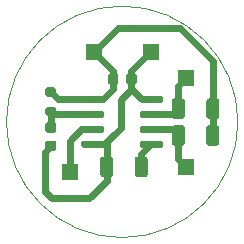
<source format=gbr>
%TF.GenerationSoftware,KiCad,Pcbnew,7.0.8*%
%TF.CreationDate,2024-02-27T02:32:04+02:00*%
%TF.ProjectId,AS5600,41533536-3030-42e6-9b69-6361645f7063,rev?*%
%TF.SameCoordinates,Original*%
%TF.FileFunction,Copper,L1,Top*%
%TF.FilePolarity,Positive*%
%FSLAX46Y46*%
G04 Gerber Fmt 4.6, Leading zero omitted, Abs format (unit mm)*
G04 Created by KiCad (PCBNEW 7.0.8) date 2024-02-27 02:32:04*
%MOMM*%
%LPD*%
G01*
G04 APERTURE LIST*
%TA.AperFunction,ComponentPad*%
%ADD10R,1.350000X1.350000*%
%TD*%
%TA.AperFunction,Conductor*%
%ADD11C,0.600000*%
%TD*%
%TA.AperFunction,Profile*%
%ADD12C,0.100000*%
%TD*%
G04 APERTURE END LIST*
%TA.AperFunction,SMDPad,CuDef*%
G36*
G01*
X142879400Y-112948000D02*
X143429400Y-112948000D01*
G75*
G02*
X143629400Y-113148000I0J-200000D01*
G01*
X143629400Y-113548000D01*
G75*
G02*
X143429400Y-113748000I-200000J0D01*
G01*
X142879400Y-113748000D01*
G75*
G02*
X142679400Y-113548000I0J200000D01*
G01*
X142679400Y-113148000D01*
G75*
G02*
X142879400Y-112948000I200000J0D01*
G01*
G37*
%TD.AperFunction*%
%TA.AperFunction,SMDPad,CuDef*%
G36*
G01*
X142879400Y-114598000D02*
X143429400Y-114598000D01*
G75*
G02*
X143629400Y-114798000I0J-200000D01*
G01*
X143629400Y-115198000D01*
G75*
G02*
X143429400Y-115398000I-200000J0D01*
G01*
X142879400Y-115398000D01*
G75*
G02*
X142679400Y-115198000I0J200000D01*
G01*
X142679400Y-114798000D01*
G75*
G02*
X142879400Y-114598000I200000J0D01*
G01*
G37*
%TD.AperFunction*%
%TA.AperFunction,SMDPad,CuDef*%
G36*
G01*
X145749650Y-114132250D02*
X145749650Y-113832250D01*
G75*
G02*
X145899650Y-113682250I150000J0D01*
G01*
X147549650Y-113682250D01*
G75*
G02*
X147699650Y-113832250I0J-150000D01*
G01*
X147699650Y-114132250D01*
G75*
G02*
X147549650Y-114282250I-150000J0D01*
G01*
X145899650Y-114282250D01*
G75*
G02*
X145749650Y-114132250I0J150000D01*
G01*
G37*
%TD.AperFunction*%
%TA.AperFunction,SMDPad,CuDef*%
G36*
G01*
X145749650Y-115402250D02*
X145749650Y-115102250D01*
G75*
G02*
X145899650Y-114952250I150000J0D01*
G01*
X147549650Y-114952250D01*
G75*
G02*
X147699650Y-115102250I0J-150000D01*
G01*
X147699650Y-115402250D01*
G75*
G02*
X147549650Y-115552250I-150000J0D01*
G01*
X145899650Y-115552250D01*
G75*
G02*
X145749650Y-115402250I0J150000D01*
G01*
G37*
%TD.AperFunction*%
%TA.AperFunction,SMDPad,CuDef*%
G36*
G01*
X145749650Y-116672250D02*
X145749650Y-116372250D01*
G75*
G02*
X145899650Y-116222250I150000J0D01*
G01*
X147549650Y-116222250D01*
G75*
G02*
X147699650Y-116372250I0J-150000D01*
G01*
X147699650Y-116672250D01*
G75*
G02*
X147549650Y-116822250I-150000J0D01*
G01*
X145899650Y-116822250D01*
G75*
G02*
X145749650Y-116672250I0J150000D01*
G01*
G37*
%TD.AperFunction*%
%TA.AperFunction,SMDPad,CuDef*%
G36*
G01*
X145749650Y-117942250D02*
X145749650Y-117642250D01*
G75*
G02*
X145899650Y-117492250I150000J0D01*
G01*
X147549650Y-117492250D01*
G75*
G02*
X147699650Y-117642250I0J-150000D01*
G01*
X147699650Y-117942250D01*
G75*
G02*
X147549650Y-118092250I-150000J0D01*
G01*
X145899650Y-118092250D01*
G75*
G02*
X145749650Y-117942250I0J150000D01*
G01*
G37*
%TD.AperFunction*%
%TA.AperFunction,SMDPad,CuDef*%
G36*
G01*
X150699650Y-117942250D02*
X150699650Y-117642250D01*
G75*
G02*
X150849650Y-117492250I150000J0D01*
G01*
X152499650Y-117492250D01*
G75*
G02*
X152649650Y-117642250I0J-150000D01*
G01*
X152649650Y-117942250D01*
G75*
G02*
X152499650Y-118092250I-150000J0D01*
G01*
X150849650Y-118092250D01*
G75*
G02*
X150699650Y-117942250I0J150000D01*
G01*
G37*
%TD.AperFunction*%
%TA.AperFunction,SMDPad,CuDef*%
G36*
G01*
X150699650Y-116672250D02*
X150699650Y-116372250D01*
G75*
G02*
X150849650Y-116222250I150000J0D01*
G01*
X152499650Y-116222250D01*
G75*
G02*
X152649650Y-116372250I0J-150000D01*
G01*
X152649650Y-116672250D01*
G75*
G02*
X152499650Y-116822250I-150000J0D01*
G01*
X150849650Y-116822250D01*
G75*
G02*
X150699650Y-116672250I0J150000D01*
G01*
G37*
%TD.AperFunction*%
%TA.AperFunction,SMDPad,CuDef*%
G36*
G01*
X150699650Y-115402250D02*
X150699650Y-115102250D01*
G75*
G02*
X150849650Y-114952250I150000J0D01*
G01*
X152499650Y-114952250D01*
G75*
G02*
X152649650Y-115102250I0J-150000D01*
G01*
X152649650Y-115402250D01*
G75*
G02*
X152499650Y-115552250I-150000J0D01*
G01*
X150849650Y-115552250D01*
G75*
G02*
X150699650Y-115402250I0J150000D01*
G01*
G37*
%TD.AperFunction*%
%TA.AperFunction,SMDPad,CuDef*%
G36*
G01*
X150699650Y-114132250D02*
X150699650Y-113832250D01*
G75*
G02*
X150849650Y-113682250I150000J0D01*
G01*
X152499650Y-113682250D01*
G75*
G02*
X152649650Y-113832250I0J-150000D01*
G01*
X152649650Y-114132250D01*
G75*
G02*
X152499650Y-114282250I-150000J0D01*
G01*
X150849650Y-114282250D01*
G75*
G02*
X150699650Y-114132250I0J150000D01*
G01*
G37*
%TD.AperFunction*%
%TA.AperFunction,SMDPad,CuDef*%
G36*
G01*
X157436900Y-114157600D02*
X157436900Y-115407600D01*
G75*
G02*
X157186900Y-115657600I-250000J0D01*
G01*
X156561900Y-115657600D01*
G75*
G02*
X156311900Y-115407600I0J250000D01*
G01*
X156311900Y-114157600D01*
G75*
G02*
X156561900Y-113907600I250000J0D01*
G01*
X157186900Y-113907600D01*
G75*
G02*
X157436900Y-114157600I0J-250000D01*
G01*
G37*
%TD.AperFunction*%
%TA.AperFunction,SMDPad,CuDef*%
G36*
G01*
X154511900Y-114157600D02*
X154511900Y-115407600D01*
G75*
G02*
X154261900Y-115657600I-250000J0D01*
G01*
X153636900Y-115657600D01*
G75*
G02*
X153386900Y-115407600I0J250000D01*
G01*
X153386900Y-114157600D01*
G75*
G02*
X153636900Y-113907600I250000J0D01*
G01*
X154261900Y-113907600D01*
G75*
G02*
X154511900Y-114157600I0J-250000D01*
G01*
G37*
%TD.AperFunction*%
%TA.AperFunction,SMDPad,CuDef*%
G36*
G01*
X157436900Y-116418200D02*
X157436900Y-117668200D01*
G75*
G02*
X157186900Y-117918200I-250000J0D01*
G01*
X156561900Y-117918200D01*
G75*
G02*
X156311900Y-117668200I0J250000D01*
G01*
X156311900Y-116418200D01*
G75*
G02*
X156561900Y-116168200I250000J0D01*
G01*
X157186900Y-116168200D01*
G75*
G02*
X157436900Y-116418200I0J-250000D01*
G01*
G37*
%TD.AperFunction*%
%TA.AperFunction,SMDPad,CuDef*%
G36*
G01*
X154511900Y-116418200D02*
X154511900Y-117668200D01*
G75*
G02*
X154261900Y-117918200I-250000J0D01*
G01*
X153636900Y-117918200D01*
G75*
G02*
X153386900Y-117668200I0J250000D01*
G01*
X153386900Y-116418200D01*
G75*
G02*
X153636900Y-116168200I250000J0D01*
G01*
X154261900Y-116168200D01*
G75*
G02*
X154511900Y-116418200I0J-250000D01*
G01*
G37*
%TD.AperFunction*%
%TA.AperFunction,SMDPad,CuDef*%
G36*
G01*
X151377000Y-119083450D02*
X151377000Y-120333450D01*
G75*
G02*
X151127000Y-120583450I-250000J0D01*
G01*
X150502000Y-120583450D01*
G75*
G02*
X150252000Y-120333450I0J250000D01*
G01*
X150252000Y-119083450D01*
G75*
G02*
X150502000Y-118833450I250000J0D01*
G01*
X151127000Y-118833450D01*
G75*
G02*
X151377000Y-119083450I0J-250000D01*
G01*
G37*
%TD.AperFunction*%
%TA.AperFunction,SMDPad,CuDef*%
G36*
G01*
X148452000Y-119083450D02*
X148452000Y-120333450D01*
G75*
G02*
X148202000Y-120583450I-250000J0D01*
G01*
X147577000Y-120583450D01*
G75*
G02*
X147327000Y-120333450I0J250000D01*
G01*
X147327000Y-119083450D01*
G75*
G02*
X147577000Y-118833450I250000J0D01*
G01*
X148202000Y-118833450D01*
G75*
G02*
X148452000Y-119083450I0J-250000D01*
G01*
G37*
%TD.AperFunction*%
%TA.AperFunction,SMDPad,CuDef*%
G36*
G01*
X142904400Y-115919800D02*
X143404400Y-115919800D01*
G75*
G02*
X143629400Y-116144800I0J-225000D01*
G01*
X143629400Y-116594800D01*
G75*
G02*
X143404400Y-116819800I-225000J0D01*
G01*
X142904400Y-116819800D01*
G75*
G02*
X142679400Y-116594800I0J225000D01*
G01*
X142679400Y-116144800D01*
G75*
G02*
X142904400Y-115919800I225000J0D01*
G01*
G37*
%TD.AperFunction*%
%TA.AperFunction,SMDPad,CuDef*%
G36*
G01*
X142904400Y-117469800D02*
X143404400Y-117469800D01*
G75*
G02*
X143629400Y-117694800I0J-225000D01*
G01*
X143629400Y-118144800D01*
G75*
G02*
X143404400Y-118369800I-225000J0D01*
G01*
X142904400Y-118369800D01*
G75*
G02*
X142679400Y-118144800I0J225000D01*
G01*
X142679400Y-117694800D01*
G75*
G02*
X142904400Y-117469800I225000J0D01*
G01*
G37*
%TD.AperFunction*%
%TA.AperFunction,SMDPad,CuDef*%
G36*
G01*
X147987050Y-112516250D02*
X147987050Y-112016250D01*
G75*
G02*
X148212050Y-111791250I225000J0D01*
G01*
X148662050Y-111791250D01*
G75*
G02*
X148887050Y-112016250I0J-225000D01*
G01*
X148887050Y-112516250D01*
G75*
G02*
X148662050Y-112741250I-225000J0D01*
G01*
X148212050Y-112741250D01*
G75*
G02*
X147987050Y-112516250I0J225000D01*
G01*
G37*
%TD.AperFunction*%
%TA.AperFunction,SMDPad,CuDef*%
G36*
G01*
X149537050Y-112516250D02*
X149537050Y-112016250D01*
G75*
G02*
X149762050Y-111791250I225000J0D01*
G01*
X150212050Y-111791250D01*
G75*
G02*
X150437050Y-112016250I0J-225000D01*
G01*
X150437050Y-112516250D01*
G75*
G02*
X150212050Y-112741250I-225000J0D01*
G01*
X149762050Y-112741250D01*
G75*
G02*
X149537050Y-112516250I0J225000D01*
G01*
G37*
%TD.AperFunction*%
D10*
X146837400Y-110007400D03*
X154635200Y-119684800D03*
X151612600Y-110007400D03*
X154635200Y-112141000D03*
X144805400Y-120167400D03*
D11*
X146724650Y-115252250D02*
X143408650Y-115252250D01*
X143154400Y-116369800D02*
X143154400Y-114998000D01*
X143408650Y-115252250D02*
X143154400Y-114998000D01*
X149987050Y-111582150D02*
X151561800Y-110007400D01*
X149987050Y-112266250D02*
X149987050Y-111582150D01*
X146405600Y-122351800D02*
X143230600Y-122351800D01*
X147889500Y-117602400D02*
X148684450Y-116807450D01*
X148684450Y-116807450D02*
X149072600Y-116419300D01*
X147699650Y-117792250D02*
X148684450Y-116807450D01*
X142671800Y-118402400D02*
X143154400Y-117919800D01*
X151674650Y-113982250D02*
X150863050Y-113982250D01*
X149987050Y-113106250D02*
X149987050Y-112266250D01*
X150863050Y-113982250D02*
X149987050Y-113106250D01*
X147889500Y-119708450D02*
X147889500Y-120867900D01*
X149072600Y-116419300D02*
X149072600Y-114020700D01*
X150039600Y-112318800D02*
X149987050Y-112266250D01*
X147889500Y-119708450D02*
X147889500Y-117602400D01*
X147889500Y-120867900D02*
X146405600Y-122351800D01*
X151561800Y-110007400D02*
X151612600Y-110007400D01*
X142671800Y-121793000D02*
X142671800Y-118402400D01*
X143230600Y-122351800D02*
X142671800Y-121793000D01*
X146724650Y-117792250D02*
X147699650Y-117792250D01*
X149072600Y-114020700D02*
X149987050Y-113106250D01*
X156874400Y-110773400D02*
X154076400Y-107975400D01*
X156874400Y-114782600D02*
X156874400Y-110773400D01*
X146724650Y-113982250D02*
X143788650Y-113982250D01*
X146724650Y-113982250D02*
X147536150Y-113982250D01*
X143788650Y-113982250D02*
X143154400Y-113348000D01*
X147536150Y-113982250D02*
X148437050Y-113081350D01*
X148437050Y-111607050D02*
X146837400Y-110007400D01*
X146724650Y-113982250D02*
X146724650Y-113978650D01*
X148437050Y-112266250D02*
X148437050Y-111607050D01*
X154076400Y-107975400D02*
X148869400Y-107975400D01*
X148437050Y-113081350D02*
X148437050Y-112266250D01*
X156874400Y-114782600D02*
X156874400Y-117043200D01*
X148869400Y-107975400D02*
X146837400Y-110007400D01*
X150814500Y-118652400D02*
X151674650Y-117792250D01*
X150814500Y-119708450D02*
X150814500Y-118652400D01*
X151674650Y-115252250D02*
X153479750Y-115252250D01*
X153479750Y-115252250D02*
X153949400Y-114782600D01*
X153949400Y-114782600D02*
X153949400Y-112816100D01*
X153949400Y-112816100D02*
X154624500Y-112141000D01*
X144780000Y-117491900D02*
X144780000Y-120167400D01*
X145749650Y-116522250D02*
X144780000Y-117491900D01*
X146724650Y-116522250D02*
X145749650Y-116522250D01*
X151674650Y-116522250D02*
X153428450Y-116522250D01*
X153428450Y-116522250D02*
X153949400Y-117043200D01*
X153949400Y-117043200D02*
X153949400Y-119009700D01*
X153949400Y-119009700D02*
X154624500Y-119684800D01*
D12*
X158999650Y-115887250D02*
G75*
G03*
X158999650Y-115887250I-9800000J0D01*
G01*
M02*

</source>
